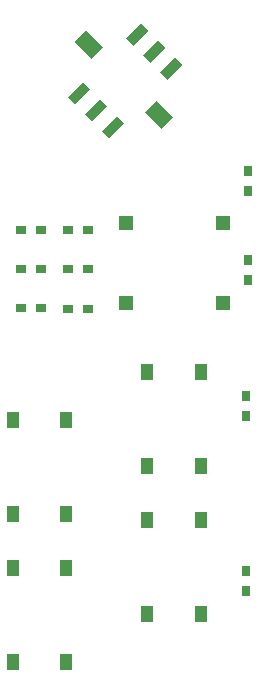
<source format=gbr>
G04 DipTrace 2.4.0.2*
%INTopPaste.gbr*%
%MOMM*%
%ADD86R,1.3X1.2*%
%ADD121R,0.8X0.9*%
%ADD122R,0.9X0.8*%
%ADD124R,1.1X1.35*%
%FSLAX53Y53*%
G04*
G71*
G90*
G75*
G01*
%LNTopPaste*%
%LPD*%
D124*
X24189Y38139D3*
Y30189D3*
X19689Y38139D3*
Y30189D3*
X24189Y25658D3*
Y17708D3*
X19689Y25658D3*
Y17708D3*
D122*
X22080Y50985D3*
X20380D3*
X22080Y54240D3*
X20380D3*
X22077Y47679D3*
X20377D3*
X26080Y47600D3*
X24380D3*
X26080Y54240D3*
X24380D3*
D121*
X39600Y57520D3*
Y59220D3*
Y50000D3*
Y51700D3*
X39410Y23710D3*
Y25410D3*
Y38510D3*
Y40210D3*
D122*
X26080Y50960D3*
X24380D3*
D86*
X37463Y48080D3*
X29298D3*
X37463Y54880D3*
X29298D3*
G36*
X28488Y63946D2*
X29125Y63310D1*
X27852Y62037D1*
X27215Y62674D1*
X28488Y63946D1*
G37*
G36*
X33428Y68886D2*
X34064Y68249D1*
X32791Y66977D1*
X32155Y67613D1*
X33428Y68886D1*
G37*
G36*
X31989Y70325D2*
X32625Y69689D1*
X31353Y68416D1*
X30716Y69052D1*
X31989Y70325D1*
G37*
G36*
X30550Y71764D2*
X31186Y71128D1*
X29914Y69855D1*
X29277Y70491D1*
X30550Y71764D1*
G37*
G36*
X27050Y65386D2*
X27686Y64749D1*
X26413Y63477D1*
X25777Y64113D1*
X27050Y65386D1*
G37*
G36*
X25611Y66824D2*
X26248Y66188D1*
X24975Y64915D1*
X24339Y65551D1*
X25611Y66824D1*
G37*
G36*
X30898Y64215D2*
X31888Y65205D1*
X33302Y63791D1*
X32312Y62801D1*
X30898Y64215D1*
G37*
G36*
X24948Y70165D2*
X25938Y71154D1*
X27352Y69740D1*
X26362Y68750D1*
X24948Y70165D1*
G37*
D124*
X35600Y42240D3*
Y34290D3*
X31100Y42240D3*
Y34290D3*
X35603Y29709D3*
Y21759D3*
X31103Y29709D3*
Y21759D3*
M02*

</source>
